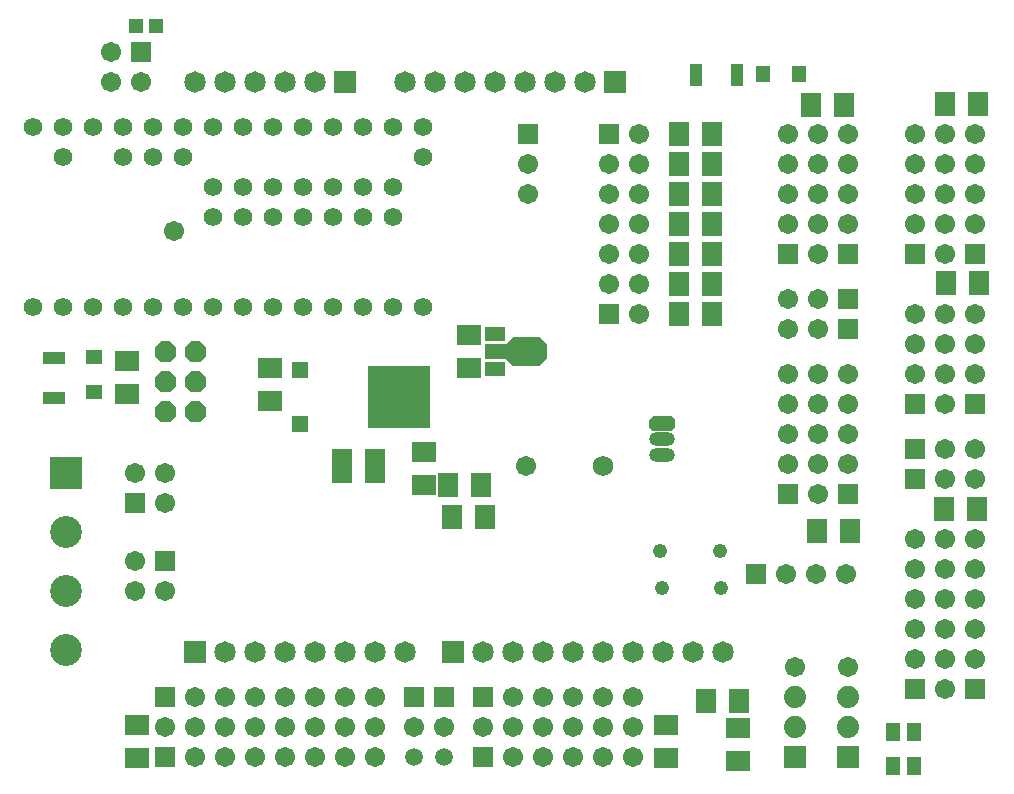
<source format=gts>
G04 DipTrace Beta 2.3.5.2*
%INTeensyDuinoV001-wide.gts*%
%MOIN*%
%ADD34C,0.0591*%
%ADD36R,0.0472X0.0591*%
%ADD42R,0.074X0.074*%
%ADD43C,0.074*%
%ADD44R,0.0472X0.0551*%
%ADD45R,0.0551X0.0472*%
%ADD47C,0.0489*%
%ADD50C,0.0619*%
%ADD69R,0.0671X0.0474*%
%ADD71R,0.058X0.058*%
%ADD73R,0.208X0.208*%
%ADD77C,0.068*%
%ADD79R,0.0749X0.0395*%
%ADD81R,0.0513X0.0474*%
%ADD85O,0.0867X0.0474*%
%ADD95C,0.0718*%
%ADD97R,0.0718X0.0718*%
%ADD99C,0.1064*%
%ADD101R,0.1064X0.1064*%
%ADD105C,0.0671*%
%ADD107R,0.0671X0.0671*%
%ADD109R,0.071X0.1143*%
%ADD111R,0.0789X0.071*%
%ADD113R,0.071X0.0789*%
%ADD115R,0.0395X0.0749*%
%FSLAX44Y44*%
G04*
G70*
G90*
G75*
G01*
%LNTopMask*%
%LPD*%
D115*
X27130Y28150D3*
X28469D3*
D113*
X36481Y13690D3*
X35379D3*
X36550Y21210D3*
X35448D3*
D111*
X8490Y5389D3*
Y6491D3*
X19550Y19491D3*
Y18389D3*
D113*
X32240Y12960D3*
X31138D3*
D111*
X26130Y5389D3*
Y6491D3*
D113*
X32040Y27160D3*
X30938D3*
D111*
X18050Y15590D3*
Y14488D3*
D113*
X36532Y27200D3*
X35430D3*
D109*
X15320Y15130D3*
X16422D3*
D111*
X12920Y18380D3*
Y17278D3*
D107*
X36430Y7690D3*
D105*
X35430D3*
X36430Y8690D3*
X35430D3*
X36430Y9690D3*
X35430D3*
X36430Y10690D3*
X35430D3*
X36430Y11690D3*
X35430D3*
X36430Y12690D3*
X35430D3*
D107*
X34430Y7690D3*
D105*
Y8690D3*
Y9690D3*
Y10690D3*
Y11690D3*
Y12690D3*
D107*
X36430Y22190D3*
D105*
X35430D3*
X36430Y23190D3*
X35430D3*
X36430Y24190D3*
X35430D3*
X36430Y25190D3*
X35430D3*
X36430Y26190D3*
X35430D3*
D107*
X34430Y22190D3*
D105*
Y23190D3*
Y24190D3*
Y25190D3*
Y26190D3*
D107*
X36430Y17190D3*
D105*
Y18190D3*
Y19190D3*
Y20190D3*
X35430Y17190D3*
Y18190D3*
Y19190D3*
Y20190D3*
D107*
X32180Y14190D3*
D105*
X31180D3*
X32180Y15190D3*
X31180D3*
X32180Y16190D3*
X31180D3*
X32180Y17190D3*
X31180D3*
X32180Y18190D3*
X31180D3*
D107*
X34430Y17190D3*
D105*
Y18190D3*
Y19190D3*
Y20190D3*
D107*
X9430Y5440D3*
D105*
Y6440D3*
X10430Y5440D3*
Y6440D3*
X11430Y5440D3*
Y6440D3*
X12430Y5440D3*
Y6440D3*
X13430Y5440D3*
Y6440D3*
X14430Y5440D3*
Y6440D3*
X15430Y5440D3*
Y6440D3*
X16430Y5440D3*
Y6440D3*
D107*
X9430Y7440D3*
D105*
X10430D3*
X11430D3*
X12430D3*
X13430D3*
X14430D3*
X15430D3*
X16430D3*
D107*
X20030Y5440D3*
D105*
Y6440D3*
X21030Y5440D3*
Y6440D3*
X22030Y5440D3*
Y6440D3*
X23030Y5440D3*
Y6440D3*
X24030Y5440D3*
Y6440D3*
X25030Y5440D3*
Y6440D3*
D107*
X20030Y7440D3*
D105*
X21030D3*
X22030D3*
X23030D3*
X24030D3*
X25030D3*
D107*
X32180Y22190D3*
D105*
X31180D3*
X32180Y23190D3*
X31180D3*
X32180Y24190D3*
X31180D3*
X32180Y25190D3*
X31180D3*
X32180Y26190D3*
X31180D3*
D113*
X18970Y13410D3*
X20072D3*
D36*
X33680Y6261D3*
Y5119D3*
X34380Y6261D3*
Y5119D3*
D107*
X29130Y11540D3*
D105*
X30130D3*
X31130D3*
X32130D3*
D101*
X6130Y14893D3*
D99*
Y12924D3*
Y10956D3*
Y8987D3*
D97*
X15430Y27940D3*
D95*
X14430D3*
X13430D3*
X12430D3*
X11430D3*
X10430D3*
D97*
X24430D3*
D95*
X23430D3*
X22430D3*
X21430D3*
X20430D3*
X19430D3*
X18430D3*
X17430D3*
D97*
X10430Y8940D3*
D95*
X11430D3*
X12430D3*
X13430D3*
X14430D3*
X15430D3*
X16430D3*
X17430D3*
D97*
X19030D3*
D95*
X20030D3*
X21030D3*
X22030D3*
X23030D3*
X24030D3*
X25030D3*
X26030D3*
X27030D3*
X28030D3*
D107*
X30180Y14190D3*
D105*
Y15190D3*
Y16190D3*
Y17190D3*
Y18190D3*
D107*
Y22190D3*
D105*
Y23190D3*
Y24190D3*
Y25190D3*
Y26190D3*
D107*
X9430Y11960D3*
D105*
Y10960D3*
X8430Y11960D3*
Y10960D3*
D42*
X30430Y5440D3*
D43*
Y6440D3*
Y7440D3*
D42*
X32180Y5440D3*
D43*
Y6440D3*
Y7440D3*
D107*
X34430Y14690D3*
D105*
X35430D3*
X36430D3*
D107*
X34430Y15690D3*
D105*
X35430D3*
X36430D3*
D107*
X17730Y7440D3*
D105*
Y6440D3*
D34*
Y5440D3*
D107*
X18730Y7440D3*
D105*
Y6440D3*
D34*
Y5440D3*
D107*
X32180Y19690D3*
D105*
X31180D3*
X30180D3*
D107*
X32180Y20690D3*
D105*
X31180D3*
X30180D3*
D107*
X24200Y26190D3*
D105*
X25200D3*
X24200Y25190D3*
X25200D3*
X24200Y24190D3*
X25200D3*
X24200Y23190D3*
X25200D3*
X24200Y22190D3*
X25200D3*
X24200Y21190D3*
X25200D3*
X30430Y8440D3*
X32180D3*
D107*
X24200Y20190D3*
D105*
X25200D3*
D107*
X8630Y28940D3*
D105*
Y27940D3*
X7630Y28940D3*
Y27940D3*
D107*
X8430Y13890D3*
D105*
Y14890D3*
X9430Y13890D3*
Y14890D3*
D44*
X30540Y28180D3*
X29359D3*
D45*
X7060Y18770D3*
Y17589D3*
G36*
X25678Y16777D2*
X25556Y16655D1*
Y16425D1*
X25678Y16303D1*
X26302D1*
X26424Y16425D1*
Y16655D1*
X26302Y16777D1*
X25678D1*
G37*
D85*
X25990Y16020D3*
Y15500D3*
D113*
X27661Y23190D3*
X26559D3*
Y22190D3*
X27661D3*
X26559Y24190D3*
X27661D3*
Y21190D3*
X26559D3*
D111*
X8140Y17538D3*
Y18640D3*
D113*
X19950Y14500D3*
X18848D3*
X26559Y25190D3*
X27661D3*
X28550Y7290D3*
X27448D3*
X26559Y26190D3*
X27661D3*
D111*
X28500Y6390D3*
Y5288D3*
D47*
X25990Y11070D3*
X27959D3*
X25930Y12280D3*
X27899D3*
D113*
X27661Y20200D3*
X26559D3*
D81*
X9110Y29790D3*
X8441D3*
D105*
X9730Y22950D3*
D79*
X5700Y17390D3*
Y18729D3*
D77*
X24010Y15140D3*
D105*
X21450D3*
G36*
X10572Y17282D2*
X10772Y17082D1*
Y16798D1*
X10572Y16598D1*
X10288D1*
X10088Y16798D1*
Y17082D1*
X10288Y17282D1*
X10572D1*
G37*
G36*
X9572D2*
X9772Y17082D1*
Y16798D1*
X9572Y16598D1*
X9288D1*
X9088Y16798D1*
Y17082D1*
X9288Y17282D1*
X9572D1*
G37*
G36*
X10572Y18282D2*
X10772Y18082D1*
Y17798D1*
X10572Y17598D1*
X10288D1*
X10088Y17798D1*
Y18082D1*
X10288Y18282D1*
X10572D1*
G37*
G36*
X9572D2*
X9772Y18082D1*
Y17798D1*
X9572Y17598D1*
X9288D1*
X9088Y17798D1*
Y18082D1*
X9288Y18282D1*
X9572D1*
G37*
G36*
X10572Y19282D2*
X10772Y19082D1*
Y18798D1*
X10572Y18598D1*
X10288D1*
X10088Y18798D1*
Y19082D1*
X10288Y19282D1*
X10572D1*
G37*
G36*
X9572D2*
X9772Y19082D1*
Y18798D1*
X9572Y18598D1*
X9288D1*
X9088Y18798D1*
Y19082D1*
X9288Y19282D1*
X9572D1*
G37*
D50*
X5030Y20440D3*
X6030D3*
X7030D3*
X8030D3*
X9030D3*
X10030D3*
X11030D3*
X12030D3*
X13030D3*
X14030D3*
X15030D3*
X16030D3*
X17030D3*
X18030D3*
Y25440D3*
Y26440D3*
X17030D3*
X16030D3*
X15030D3*
X14030D3*
X13030D3*
X12030D3*
X11030D3*
X10030D3*
X9030D3*
X8030D3*
X7030D3*
X6030D3*
X5030D3*
X6030Y25440D3*
X8030D3*
X9030D3*
X10030D3*
X17030Y23440D3*
Y24440D3*
X16030Y23440D3*
X15030D3*
X14030D3*
X13030D3*
X16030Y24440D3*
X15030D3*
X14030D3*
X13030D3*
X12030D3*
X11030D3*
X12030Y23440D3*
X11030D3*
D73*
X17205Y17440D3*
D71*
X13905Y16540D3*
Y18340D3*
D69*
X20410Y19531D3*
G36*
X20075Y18703D2*
X20767D1*
X21004Y18467D1*
X21903D1*
X22163Y18727D1*
Y19153D1*
X21903Y19413D1*
X21004D1*
X20767Y19177D1*
X20075D1*
Y18703D1*
G37*
D69*
X20410Y18349D3*
D107*
X21530Y26190D3*
D105*
Y25190D3*
Y24190D3*
M02*

</source>
